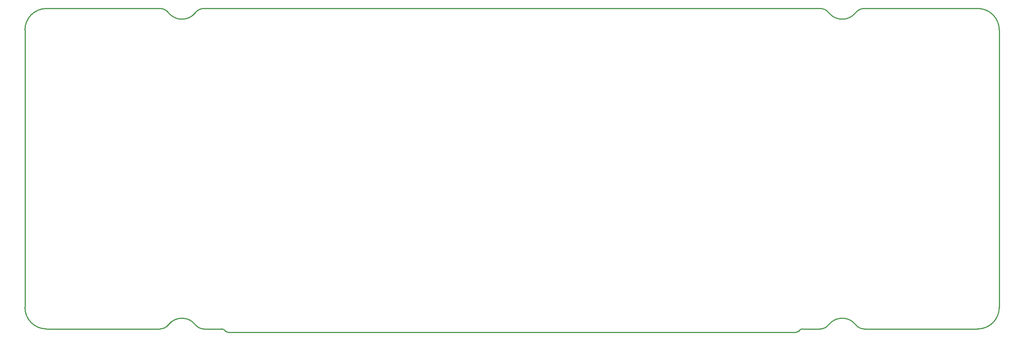
<source format=gbr>
%TF.GenerationSoftware,KiCad,Pcbnew,7.0.6-7.0.6~ubuntu23.04.1*%
%TF.CreationDate,2023-08-05T22:50:07-04:00*%
%TF.ProjectId,Koneko40Stagger,4b6f6e65-6b6f-4343-9053-746167676572,rev?*%
%TF.SameCoordinates,Original*%
%TF.FileFunction,Profile,NP*%
%FSLAX46Y46*%
G04 Gerber Fmt 4.6, Leading zero omitted, Abs format (unit mm)*
G04 Created by KiCad (PCBNEW 7.0.6-7.0.6~ubuntu23.04.1) date 2023-08-05 22:50:07*
%MOMM*%
%LPD*%
G01*
G04 APERTURE LIST*
%TA.AperFunction,Profile*%
%ADD10C,0.250000*%
%TD*%
G04 APERTURE END LIST*
D10*
X232185408Y-101872837D02*
G75*
G03*
X225879592Y-101872837I-3152908J-2461537D01*
G01*
X225879592Y-29095913D02*
G75*
G03*
X232185408Y-29095913I3152908J2461537D01*
G01*
X85996714Y-103634375D02*
X218168286Y-103634375D01*
X78285408Y-101872837D02*
G75*
G03*
X71979592Y-101872837I-3152908J-2461537D01*
G01*
X80255975Y-102834375D02*
X84368286Y-102834375D01*
X71979586Y-29095918D02*
G75*
G03*
X70009025Y-28134375I-1970486J-1538282D01*
G01*
X265632500Y-97834375D02*
X265632500Y-33134375D01*
X219796714Y-102834375D02*
X223909025Y-102834375D01*
X234155975Y-28134408D02*
G75*
G03*
X232185409Y-29095913I-175J-2499692D01*
G01*
X225879613Y-29095897D02*
G75*
G03*
X223909025Y-28134375I-1970713J-1538803D01*
G01*
X223909025Y-102834404D02*
G75*
G03*
X225879592Y-101872837I-25J2500004D01*
G01*
X219796714Y-102834351D02*
G75*
G03*
X219089607Y-103127268I86J-1000149D01*
G01*
X85075393Y-103127268D02*
X85289607Y-103341482D01*
X43532500Y-28134370D02*
G75*
G03*
X38532500Y-33134375I-10J-4999990D01*
G01*
X70009025Y-28134375D02*
X43532500Y-28134375D01*
X223909025Y-28134375D02*
X80255975Y-28134375D01*
X85075405Y-103127256D02*
G75*
G03*
X84368286Y-102834375I-707105J-707144D01*
G01*
X232185402Y-101872841D02*
G75*
G03*
X234155975Y-102834375I1970698J1538741D01*
G01*
X260632500Y-102834400D02*
G75*
G03*
X265632500Y-97834375I-100J5000100D01*
G01*
X219089607Y-103127268D02*
X218875393Y-103341482D01*
X70009025Y-102834406D02*
G75*
G03*
X71979592Y-101872837I-125J2500206D01*
G01*
X234155975Y-102834375D02*
X260632500Y-102834375D01*
X218168286Y-103634372D02*
G75*
G03*
X218875392Y-103341481I14J999972D01*
G01*
X38532525Y-97834375D02*
G75*
G03*
X43532500Y-102834375I4999975J-25D01*
G01*
X260632500Y-28134375D02*
X234155975Y-28134375D01*
X80255975Y-28134406D02*
G75*
G03*
X78285409Y-29095913I-75J-2499894D01*
G01*
X78285430Y-101872820D02*
G75*
G03*
X80255975Y-102834375I1970470J1538220D01*
G01*
X38532500Y-33134375D02*
X38532500Y-97834375D01*
X71979592Y-29095913D02*
G75*
G03*
X78285408Y-29095913I3152908J2461537D01*
G01*
X43532500Y-102834375D02*
X70009025Y-102834375D01*
X85289605Y-103341484D02*
G75*
G03*
X85996714Y-103634375I707095J707084D01*
G01*
X265632525Y-33134375D02*
G75*
G03*
X260632500Y-28134375I-4999925J75D01*
G01*
M02*

</source>
